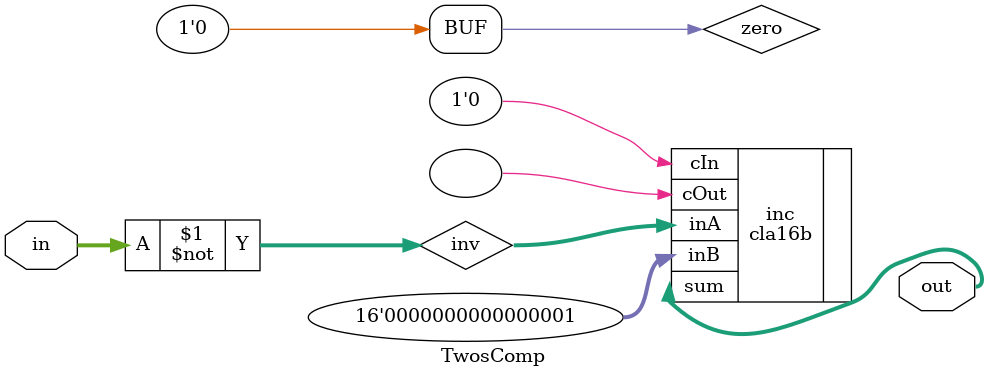
<source format=v>
`default_nettype none
module TwosComp(out, in);
    output wire[15:0] out;
    input wire[15:0] in;

    wire[15:0] inv;
    wire zero;

    assign zero = 0;
    assign inv = ~in;

    cla16b inc(.sum(out), .cOut(), .inA(inv), .inB(16'h0001), .cIn(zero));

endmodule
`default_nettype wire

</source>
